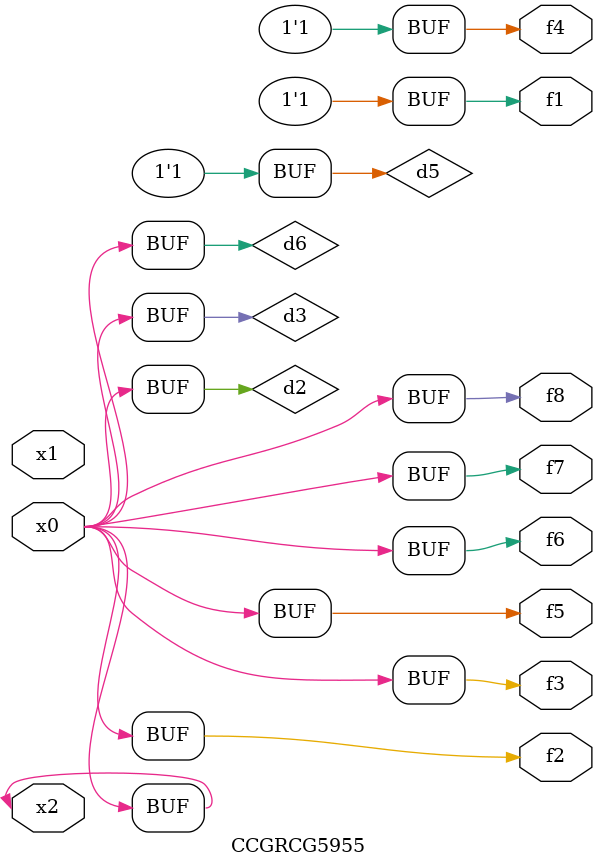
<source format=v>
module CCGRCG5955(
	input x0, x1, x2,
	output f1, f2, f3, f4, f5, f6, f7, f8
);

	wire d1, d2, d3, d4, d5, d6;

	xnor (d1, x2);
	buf (d2, x0, x2);
	and (d3, x0);
	xnor (d4, x1, x2);
	nand (d5, d1, d3);
	buf (d6, d2, d3);
	assign f1 = d5;
	assign f2 = d6;
	assign f3 = d6;
	assign f4 = d5;
	assign f5 = d6;
	assign f6 = d6;
	assign f7 = d6;
	assign f8 = d6;
endmodule

</source>
